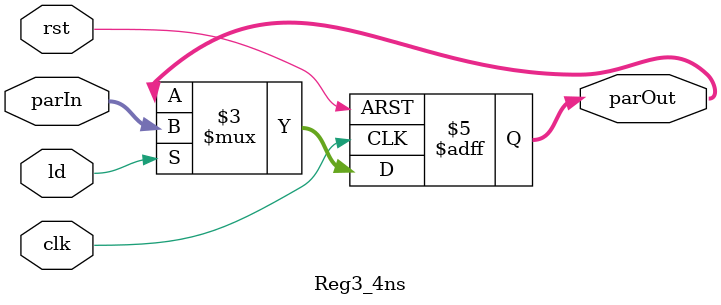
<source format=v>
`timescale 1ns/1ns
module Reg3_4ns(input clk, rst, ld, input [2:0] parIn, output reg [2:0] parOut);
    always @(posedge clk, posedge rst) begin
        #4
        if(rst) parOut = 3'b0;
        else if(ld) parOut = parIn;
        else parOut = parOut;
    end
endmodule
</source>
